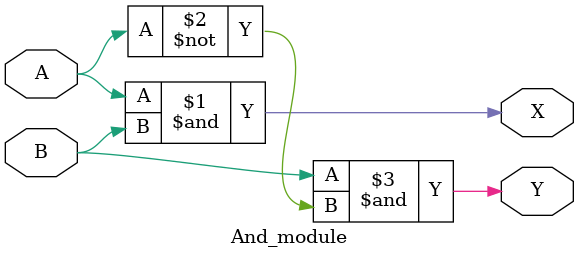
<source format=sv>
`timescale 1ns / 1ps


module And_module(
    input A,
    input B,
    output X,Y
    );
    
    assign X = (A&B);
    assign Y = (B&~A);
    
endmodule

</source>
